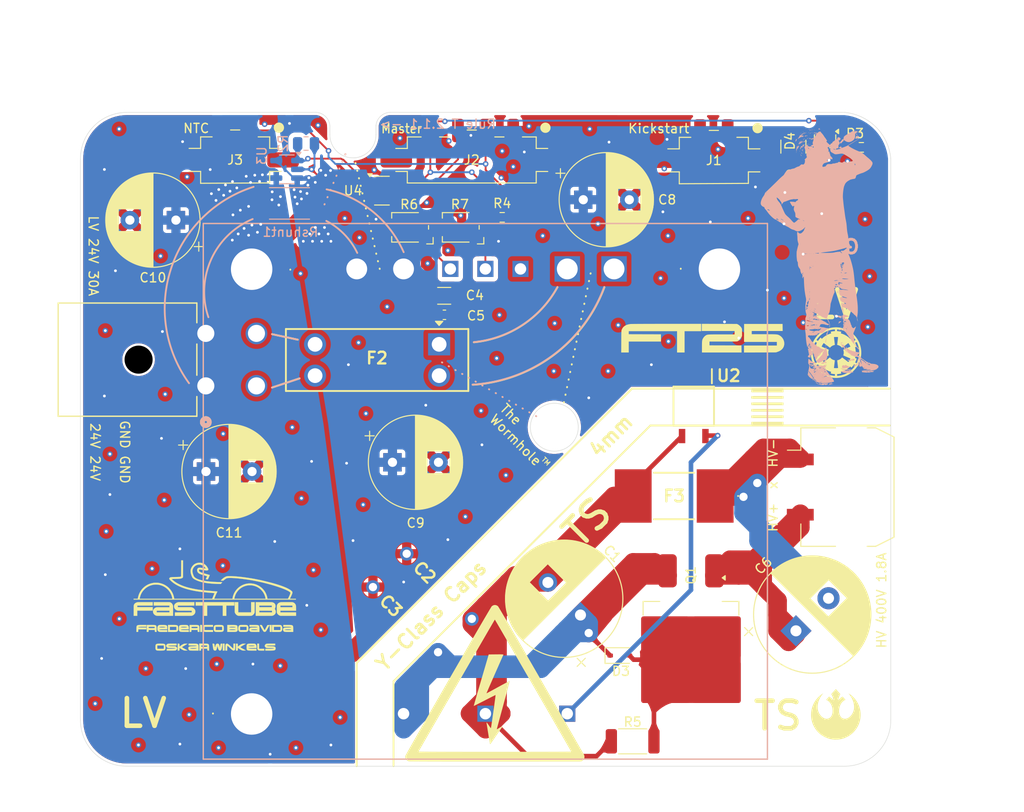
<source format=kicad_pcb>
(kicad_pcb
	(version 20240108)
	(generator "pcbnew")
	(generator_version "8.0")
	(general
		(thickness 1.6)
		(legacy_teardrops no)
	)
	(paper "A4")
	(layers
		(0 "F.Cu" mixed)
		(1 "In1.Cu" power "GND")
		(2 "In2.Cu" power "+24V")
		(31 "B.Cu" mixed)
		(32 "B.Adhes" user "B.Adhesive")
		(33 "F.Adhes" user "F.Adhesive")
		(34 "B.Paste" user)
		(35 "F.Paste" user)
		(36 "B.SilkS" user "B.Silkscreen")
		(37 "F.SilkS" user "F.Silkscreen")
		(38 "B.Mask" user)
		(39 "F.Mask" user)
		(40 "Dwgs.User" user "User.Drawings")
		(41 "Cmts.User" user "User.Comments")
		(42 "Eco1.User" user "User.Eco1")
		(43 "Eco2.User" user "User.Eco2")
		(44 "Edge.Cuts" user)
		(45 "Margin" user)
		(46 "B.CrtYd" user "B.Courtyard")
		(47 "F.CrtYd" user "F.Courtyard")
		(48 "B.Fab" user)
		(49 "F.Fab" user)
		(50 "User.1" user)
		(51 "User.2" user)
		(52 "User.3" user)
		(53 "User.4" user)
		(54 "User.5" user)
		(55 "User.6" user)
		(56 "User.7" user)
		(57 "User.8" user)
		(58 "User.9" user)
	)
	(setup
		(stackup
			(layer "F.SilkS"
				(type "Top Silk Screen")
			)
			(layer "F.Paste"
				(type "Top Solder Paste")
			)
			(layer "F.Mask"
				(type "Top Solder Mask")
				(thickness 0.01)
			)
			(layer "F.Cu"
				(type "copper")
				(thickness 0.035)
			)
			(layer "dielectric 1"
				(type "prepreg")
				(thickness 0.1)
				(material "FR4")
				(epsilon_r 4.5)
				(loss_tangent 0.02)
			)
			(layer "In1.Cu"
				(type "copper")
				(thickness 0.035)
			)
			(layer "dielectric 2"
				(type "core")
				(thickness 1.24)
				(material "FR4")
				(epsilon_r 4.5)
				(loss_tangent 0.02)
			)
			(layer "In2.Cu"
				(type "copper")
				(thickness 0.035)
			)
			(layer "dielectric 3"
				(type "prepreg")
				(thickness 0.1)
				(material "FR4")
				(epsilon_r 4.5)
				(loss_tangent 0.02)
			)
			(layer "B.Cu"
				(type "copper")
				(thickness 0.035)
			)
			(layer "B.Mask"
				(type "Bottom Solder Mask")
				(thickness 0.01)
			)
			(layer "B.Paste"
				(type "Bottom Solder Paste")
			)
			(layer "B.SilkS"
				(type "Bottom Silk Screen")
			)
			(copper_finish "None")
			(dielectric_constraints no)
		)
		(pad_to_mask_clearance 0)
		(allow_soldermask_bridges_in_footprints no)
		(pcbplotparams
			(layerselection 0x00010fc_ffffffff)
			(plot_on_all_layers_selection 0x0000000_00000000)
			(disableapertmacros no)
			(usegerberextensions no)
			(usegerberattributes yes)
			(usegerberadvancedattributes yes)
			(creategerberjobfile yes)
			(dashed_line_dash_ratio 12.000000)
			(dashed_line_gap_ratio 3.000000)
			(svgprecision 4)
			(plotframeref no)
			(viasonmask no)
			(mode 1)
			(useauxorigin no)
			(hpglpennumber 1)
			(hpglpenspeed 20)
			(hpglpendiameter 15.000000)
			(pdf_front_fp_property_popups yes)
			(pdf_back_fp_property_popups yes)
			(dxfpolygonmode yes)
			(dxfimperialunits yes)
			(dxfusepcbnewfont yes)
			(psnegative no)
			(psa4output no)
			(plotreference yes)
			(plotvalue yes)
			(plotfptext yes)
			(plotinvisibletext no)
			(sketchpadsonfab no)
			(subtractmaskfromsilk no)
			(outputformat 1)
			(mirror no)
			(drillshape 1)
			(scaleselection 1)
			(outputdirectory "")
		)
	)
	(net 0 "")
	(net 1 "/-VIN")
	(net 2 "GND")
	(net 3 "Net-(D4-Pad3)")
	(net 4 "/+VIN")
	(net 5 "Net-(R3-Pad2)")
	(net 6 "+3V3")
	(net 7 "/LV+")
	(net 8 "/3V_buttoncell")
	(net 9 "/TEMP_TSDCDC")
	(net 10 "/HV-in")
	(net 11 "/HV+in")
	(net 12 "/G")
	(net 13 "/~{EN}")
	(net 14 "/+Vout")
	(net 15 "/LV-")
	(net 16 "/LV_I_measure")
	(net 17 "/I_meas_weak")
	(net 18 "/+S")
	(net 19 "/TRM")
	(footprint "Capacitor_SMD:C_1210_3225Metric" (layer "F.Cu") (at 177.419 64.721001 -90))
	(footprint "Resistor_SMD:R_0603_1608Metric" (layer "F.Cu") (at 184.8 64.8))
	(footprint "footprints:VY1471M29Y5UC63V0" (layer "F.Cu") (at 131.762875 112.550234 -45))
	(footprint "footprints:rebellion" (layer "F.Cu") (at 182.03 126.37))
	(footprint "FaSTTUBe_connectors:Micro_Mate-N-Lok_2p_vertical" (layer "F.Cu") (at 168.783 66.21))
	(footprint "Potentiometer_SMD:Potentiometer_Bourns_TC33X_Vertical" (layer "F.Cu") (at 141.2 73.484177 180))
	(footprint "Capacitor_THT:CP_Radial_D12.5mm_P5.00mm" (layer "F.Cu") (at 154.3 115.584177 135))
	(footprint "Capacitor_THT:CP_Radial_D10.0mm_P5.00mm" (layer "F.Cu") (at 110.367678 72.7 180))
	(footprint "footprints:9775031360R" (layer "F.Cu") (at 118.59 78.03 180))
	(footprint "footprints:0ACG5000TE" (layer "F.Cu") (at 164.475 102.659177 180))
	(footprint "FaSTTUBe_logos:FTLogo_small" (layer "F.Cu") (at 114.59 112.66))
	(footprint "Capacitor_THT:CP_Radial_D12.5mm_P5.00mm"
		(layer "F.Cu")
		(uuid "3f08ecdc-61a1-4a91-9d44-0c1ab21518fd")
		(at 177.7 117.3 45)
		(descr "CP, Radial series, Radial, pin pitch=5.00mm, , diameter=12.5mm, Electrolytic Capacitor")
		(tags "CP Radial series Radial pin pitch 5.00mm  diameter 12.5mm Electrolytic Capacitor")
		(property "Reference" "C6"
			(at 2.5 -7.5 45)
			(layer "F.SilkS")
			(uuid "87d925e4-9087-4663-9637-0425a23c376b")
			(effects
				(font
					(size 1 1)
					(thickness 0.15)
				)
			)
		)
		(property "Value" "10µ 420V"
			(at 2.5 7.5 45)
			(layer "F.Fab")
			(uuid "4ef6e25f-d1dd-4f03-b42b-bb0ef1fd992e")
			(effects
				(font
					(size 1 1)
					(thickness 0.15)
				)
			)
		)
		(property "Footprint" "Capacitor_THT:CP_Radial_D12.5mm_P5.00mm"
			(at 0 0 45)
			(unlocked yes)
			(layer "F.Fab")
			(hide yes)
			(uuid "1d1809e6-1a17-4cb4-a6f6-badbe3b65118")
			(effects
				(font
					(size 1.27 1.27)
					(thickness 0.15)
				)
			)
		)
		(property "Datasheet" "https://mou.sr/3CdDpvY"
			(at 0 0 45)
			(unlocked yes)
			(layer "F.Fab")
			(hide yes)
			(uuid "507f60e0-57f8-4d24-b757-385e46b4a8b2")
			(effects
				(font
					(size 1.27 1.27)
					(thickness 0.15)
				)
			)
		)
		(property "Description" "Polarized capacitor"
			(at 0 0 45)
			(unlocked yes)
			(layer "F.Fab")
			(hide yes)
			(uuid "a8a54484-964e-4bda-9466-0a7e228d6c8f")
			(effects
				(font
					(size 1.27 1.27)
					(thickness 0.15)
				)
			)
		)
		(property ki_fp_filters "CP_*")
		(path "/6138b6e2-049a-4854-8f94-cf604e91bd5d")
		(sheetname "Root")
		(sheetfile "TDK_DCDC_pcb.kicad_sch")
		(attr through_hole)
		(fp_line
			(start -3.692082 -4.2)
			(end -3.692082 -2.95)
			(stroke
				(width 0.12)
				(type solid)
			)
			(layer "F.SilkS")
			(uuid "64b60f9d-0eb1-49d0-bb96-e15936a70516")
		)
		(fp_line
			(start -4.317082 -3.575)
			(end -3.067082 -3.575)
			(stroke
				(width 0.12)
				(type solid)
			)
			(layer "F.SilkS")
			(uuid "5702906f-eb49-4f02-8ef3-0ac6d491c93a")
		)
		(fp_line
			(start 2.5 -6.33)
			(end 2.5 6.33)
			(stroke
				(width 0.12)
				(type solid)
			)
			(layer "F.SilkS")
			(uuid "7acbcba7-9519-4b0b-97a8-eb5ebb509abc")
		)
		(fp_line
			(start 2.54 -6.33)
			(end 2.54 6.33)
			(stroke
				(width 0.12)
				(type solid)
			)
			(layer "F.SilkS")
			(uuid "f2517598-036a-4686-a881-21a50212222f")
		)
		(fp_line
			(start 2.58 -6.329999)
			(end 2.58 6.329999)
			(stroke
				(width 0.12)
				(type solid)
			)
			(layer "F.SilkS")
			(uuid "d751e3dc-2d5f-4b60-89ca-ef6853165c5d")
		)
		(fp_line
			(start 2.62 -6.329)
			(end 2.62 6.329)
			(stroke
				(width 0.12)
				(type solid)
			)
			(layer "F.SilkS")
			(uuid "90f8a062-8dc7-440d-af39-ca7baed9e19e")
		)
		(fp_line
			(start 2.66 -6.328)
			(end 2.66 6.328)
			(stroke
				(width 0.12)
				(type solid)
			)
			(layer "F.SilkS")
			(uuid "650c3feb-c6ea-4483-82d3-0bcf74ef085d")
		)
		(fp_line
			(start 2.7 -6.327)
			(end 2.7 6.327)
			(stroke
				(width 0.12)
				(type solid)
			)
			(layer "F.SilkS")
			(uuid "7b8e23a3-cec0-4a78-afba-69af3a6574e8")
		)
		(fp_line
			(start 2.74 -6.326)
			(end 2.74 6.326)
			(stroke
				(width 0.12)
				(type solid)
			)
			(layer "F.SilkS")
			(uuid "8a29312b-6232-4ca6-b01f-5521dcd7210c")
		)
		(fp_line
			(start 2.78 -6.324)
			(end 2.78 6.324)
			(stroke
				(width 0.12)
				(type solid)
			)
			(layer "F.SilkS")
			(uuid "2a81e4a4-06c0-4e77-b885-4f91b6305080")
		)
		(fp_line
			(start 2.82 -6.322)
			(end 2.82 6.322)
			(stroke
				(width 0.12)
				(type solid)
			)
			(layer "F.SilkS")
			(uuid "b02e06f3-7e92-451b-8005-e75c8a85c9ad")
		)
		(fp_line
			(start 2.86 -6.319999)
			(end 2.86 6.319999)
			(stroke
				(width 0.12)
				(type solid)
			)
			(layer "F.SilkS")
			(uuid "898c3e5e-e6e8-4b9d-8228-f48e8ae21272")
		)
		(fp_line
			(start 2.9 -6.318)
			(end 2.9 6.318)
			(stroke
				(width 0.12)
				(type solid)
			)
			(layer "F.SilkS")
			(uuid "5b6745f3-7fc1-4459-b74e-4617c5a75738")
		)
		(fp_line
			(start 2.94 -6.315)
			(end 2.94 6.315)
			(stroke
				(width 0.12)
				(type solid)
			)
			(layer "F.SilkS")
			(uuid "c65fbd09-f307-4415-ac5a-c20c32d279ff")
		)
		(fp_line
			(start 2.98 -6.312)
			(end 2.98 6.312)
			(stroke
				(width 0.12)
				(type solid)
			)
			(layer "F.SilkS")
			(uuid "50725fd1-e44c-495a-aae4-0c7e0db1566d")
		)
		(fp_line
			(start 3.02 -6.309)
			(end 3.02 6.309)
			(stroke
				(width 0.12)
				(type solid)
			)
			(layer "F.SilkS")
			(uuid "0022e805-f330-4ce5-8b59-89b842ae188b")
		)
		(fp_line
			(start 3.06 -6.306)
			(end 3.06 6.306)
			(stroke
				(width 0.12)
				(type solid)
			)
			(layer "F.SilkS")
			(uuid "86b924a7-5239-48c4-a435-f4c3e57a97f0")
		)
		(fp_line
			(start 3.1 -6.302)
			(end 3.1 6.302)
			(stroke
				(width 0.12)
				(type solid)
			)
			(layer "F.SilkS")
			(uuid "d2f3e943-b4f8-4fd1-a309-1affd4adb748")
		)
		(fp_line
			(start 3.14 -6.298)
			(end 3.14 6.298)
			(stroke
				(width 0.12)
				(type solid)
			)
			(layer "F.SilkS")
			(uuid "7378bf65-085d-4d75-8993-8754c47abe7b")
		)
		(fp_line
			(start 3.18 -6.294001)
			(end 3.18 6.294001)
			(stroke
				(width 0.12)
				(type solid)
			)
			(layer "F.SilkS")
			(uuid "4f3386e4-7b27-4428-b82c-67ffa47ff0ee")
		)
		(fp_line
			(start 3.221 -6.29)
			(end 3.221 6.29)
			(stroke
				(width 0.12)
				(type solid)
			)
			(layer "F.SilkS")
			(uuid "6698ba38-5fb5-4dfb-9710-6112e337a11b")
		)
		(fp_line
			(start 3.261 -6.285)
			(end 3.261 6.285)
			(stroke
				(width 0.12)
				(type solid)
			)
			(layer "F.SilkS")
			(uuid "7ae1b4d3-d21b-43de-8a01-6ab96d5a3043")
		)
		(fp_line
			(start 3.301 -6.28)
			(end 3.301 6.28)
			(stroke
				(width 0.12)
				(type solid)
			)
			(layer "F.SilkS")
			(uuid "8f753f28-c5ea-4633-bae1-bcf60a1d973e")
		)
		(fp_line
			(start 3.341 -6.275)
			(end 3.341 6.275)
			(stroke
				(width 0.12)
				(type solid)
			)
			(layer "F.SilkS")
			(uuid "e2095b71-cc8a-4cc2-9551-1235e66ff1be")
		)
		(fp_line
			(start 3.381 -6.268999)
			(end 3.381 6.268999)
			(stroke
				(width 0.12)
				(type solid)
			)
			(layer "F.SilkS")
			(uuid "5429e02c-16f2-4421-ba2a-3f9dd68bb6c9")
		)
		(fp_line
			(start 3.421 -6.264)
			(end 3.421 6.264)
			(stroke
				(width 0.12)
				(type solid)
			)
			(layer "F.SilkS")
			(uuid "130c491d-ae2d-4778-9893-8a73bfa3ede0")
		)
		(fp_line
			(start 3.461 -6.258)
			(end 3.461 6.258)
			(stroke
				(width 0.12)
				(type solid)
			)
			(layer "F.SilkS")
			(uuid "35093a87-7f1b-443c-958b-d3c7fc1775f6")
		)
		(fp_line
			(start 3.501 -6.252)
			(end 3.501 6.252)
			(stroke
				(width 0.12)
				(type solid)
			)
			(layer "F.SilkS")
			(uuid "13aaeb6d-c6dd-48cc-a6a6-038377317e3b")
		)
		(fp_line
			(start 3.541 -6.245)
			(end 3.541 6.245)
			(stroke
				(width 0.12)
				(type solid)
			)
			(layer "F.SilkS")
			(uuid "65358e29-eb7f-4d74-bee0-f7f506ed31a1")
		)
		(fp_line
			(start 3.580999 -6.238)
			(end 3.581 -1.44)
			(stroke
				(width 0.12)
				(type solid)
			)
			(layer "F.SilkS")
			(uuid "95604ff1-e124-4d85-8fcd-65f9021cb826")
		)
		(fp_line
			(start 3.621 -6.231)
			(end 3.621 -1.44)
			(stroke
				(width 0.12)
				(type solid)
			)
			(layer "F.SilkS")
			(uuid "201a679b-f9de-442c-992c-4d7836def48b")
		)
		(fp_line
			(start 3.661 -6.224001)
			(end 3.661 -1.44)
			(stroke
				(width 0.12)
				(type solid)
			)
			(layer "F.SilkS")
			(uuid "33d82384-adb7-4e80-bd31-27f971c95cf1")
		)
		(fp_line
			(start 3.701 -6.216)
			(end 3.701 -1.44)
			(stroke
				(width 0.12)
				(type solid)
			)
			(layer "F.SilkS")
			(uuid "2142935c-e1c0-412a-9622-13107ce02882")
		)
		(fp_line
			(start 3.740999 -6.209)
			(end 3.741 -1.44)
			(stroke
				(width 0.12)
				(type solid)
			)
			(layer "F.SilkS")
			(uuid "e72a7013-107c-4fb5-a818-05781ebf2641")
		)
		(fp_line
			(start 3.781 -6.201)
			(end 3.781 -1.44)
			(stroke
				(width 0.12)
				(type solid)
			)
			(layer "F.SilkS")
			(uuid "9bfe9267-4342-4657-a27a-fd10ccdc1aba")
		)
		(fp_line
			(start 3.821 -6.192)
			(end 3.821 -1.44)
			(stroke
				(width 0.12)
				(type solid)
			)
			(layer "F.SilkS")
			(uuid "fba04317-c5f6-4402-ae1b-b7d839c5b7bc")
		)
		(fp_line
			(start 3.861 -6.184)
			(end 3.861 -1.44)
			(stroke
				(width 0.12)
				(type solid)
			)
			(layer "F.SilkS")
			(uuid "f4f894a7-9820-475d-b68e-8b07ee5e0dbd")
		)
		(fp_line
			(start 3.901 -6.175)
			(end 3.901 -1.44)
			(stroke
				(width 0.12)
				(type solid)
			)
			(layer "F.SilkS")
			(uuid "9635b2e2-f3db-48a5-8049-9cd82c8ecd1c")
		)
		(fp_line
			(start 3.941 -6.166)
			(end 3.941 -1.44)
			(stroke
				(width 0.12)
				(type solid)
			)
			(layer "F.SilkS")
			(uuid "b9e20f2a-ccf2-4e38-bb5f-0700cc242723")
		)
		(fp_line
			(start 3.981 -6.156)
			(end 3.981 -1.44)
			(stroke
				(width 0.12)
				(type solid)
			)
			(layer "F.SilkS")
			(uuid "451475b9-3cc8-4c27-8519-96f1be1c8453")
		)
		(fp_line
			(start 4.021 -6.146)
			(end 4.021 -1.44)
			(stroke
				(width 0.12)
				(type solid)
			)
			(layer "F.SilkS")
			(uuid "327c7aad-4705-44df-b3ff-3557dbed9265")
		)
		(fp_line
			(start 4.061 -6.137)
			(end 4.061 -1.44)
			(stroke
				(width 0.12)
				(type solid)
			)
			(layer "F.SilkS")
			(uuid "82929a32-2f22-4377-ace6-35c0f7049699")
		)
		(fp_line
			(start 4.101 -6.126)
			(end 4.101 -1.44)
			(stroke
				(width 0.12)
				(type solid)
			)
			(layer "F.SilkS")
			(uuid "085dc2f9-0bb3-4b55-a292-43e3aa945108")
		)
		(fp_line
			(start 4.141 -6.116)
			(end 4.141 -1.44)
			(stroke
				(width 0.12)
				(type solid)
			)
			(layer "F.SilkS")
			(uuid "47600f3e-7d9a-4aa0-b26a-cd8f6506a361")
		)
		(fp_line
			(start 4.181 -6.104999)
			(end 4.181 -1.44)
			(stroke
				(width 0.12)
				(type solid)
			)
			(layer "F.SilkS")
			(uuid "3b114978-ec58-444e-9047-3fe85f86333d")
		)
		(fp_line
			(start 4.221 -6.094)
			(end 4.221 -1.44)
			(stroke
				(width 0.12)
				(type solid)
			)
			(layer "F.SilkS")
			(uuid "73415bf6-35d9-4652-8cd5-690b670077c1")
		)
		(fp_line
			(start 4.261 -6.083001)
			(end 4.261 -1.44)
			(stroke
				(width 0.12)
				(type solid)
			)
			(layer "F.SilkS")
			(uuid "588cf680-9c79-4400-810e-db3b54b5a694")
		)
		(fp_line
			(start 4.301 -6.071)
			(end 4.301 -1.44)
			(stroke
				(width 0.12)
				(type solid)
			)
			(layer "F.SilkS")
			(uuid "2dc1f88d-d8ab-48be-892c-d3ffcaf2461a")
		)
		(fp_line
			(start 4.341001 -6.059)
			(end 4.341 -1.44)
			(stroke
				(width 0.12)
				(type solid)
			)
			(layer "F.SilkS")
			(uuid "2882c05a-9398-4244-b4b2-c2f29c0ba656")
		)
		(fp_line
			(start 4.381 -6.047)
			(end 4.381 -1.44)
			(stroke
				(width 0.12)
				(type solid)
			)
			(layer "F.SilkS")
			(uuid "608ba300-1a34-4fa4-9b81-4959627cb2b4")
		)
		(fp_line
			(start 4.421 -6.034)
			(end 4.421 -1.44)
			(stroke
				(width 0.12)
				(type solid)
			)
			(layer "F.SilkS")
			(uuid "204781f9-16d7-455f-9489-697dab63f60e")
		)
		(fp_line
			(start 4.461 -6.021)
			(end 4.461 -1.44)
			(stroke
				(width 0.12)
				(type solid)
			)
			(layer "F.SilkS")
			(uuid "6017fff7-e2be-4b0e-869d-6a236521e5b9")
		)
		(fp_line
			(start 4.501 -6.008)
			(end 4.501 -1.44)
			(stroke
				(width 0.12)
				(type solid)
			)
			(layer "F.SilkS")
			(uuid "483210fd-2fbd-472f-9eec-466bbab7ea36")
		)
		(fp_line
			(start 4.541 -5.995)
			(end 4.541 -1.44)
			(stroke
				(width 0.12)
				(type solid)
			)
			(layer "F.SilkS")
			(uuid "451f57ea-fe84-453e-a3c3-91734499bff1")
		)
		(fp_line
			(start 4.581 -5.981)
			(end 4.581 -1.44)
			(stroke
				(width 0.12)
				(type solid)
			)
			(layer "F.SilkS")
			(uuid "f8635bcf-ee52-445b-948e-17db74af9e9c")
		)
		(fp_line
			(start 4.621 -5.967)
			(end 4.621 -1.44)
			(stroke
				(width 0.12)
				(type solid)
			)
			(layer "F.SilkS")
			(uuid "2c056851-be8f-4263-b56c-5892c017d1ad")
		)
		(fp_line
			(start 4.661 -5.953)
			(end 4.661 -1.44)
			(stroke
				(width 0.12)
				(type solid)
			)
			(layer "F.SilkS")
			(uuid "72c67936-4b36-411b-a277-0264e3d51a3f")
		)
		(fp_line
			(start 4.701 -5.939)
			(end 4.701 -1.44)
			(stroke
				(width 0.12)
				(type solid)
			)
			(layer "F.SilkS")
			(uuid "dd8fc47e-a53c-429c-968d-c7191830e6eb")
		)
		(fp_line
			(start 4.741 -5.924)
			(end 4.741 -1.44)
			(stroke
				(width 0.12)
				(type solid)
			)
			(layer "F.SilkS")
			(uuid "fb49a7f8-78f7-4e58-a840-e09bdbe996da")
		)
		(fp_line
			(start 4.781 -5.907999)
			(end 4.781 -1.44)
			(stroke
				(width 0.12)
				(type solid)
			)
			(layer "F.SilkS")
			(uuid "c48e94f0-08fb-4b2f-8304-2f3bedf5b488")
		)
		(fp_line
			(start 4.821 -5.893)
			(end 4.821 -1.44)
			(stroke
				(width 0.12)
				(type solid)
			)
			(layer "F.SilkS")
			(uuid "d91ec719-0253-48e4-b87c-62659858e201")
		)
		(fp_line
			(start 4.861001 -5.877)
			(end 4.861 -1.44)
			(stroke
				(width 0.12)
				(type solid)
			)
			(layer "F.SilkS")
			(uuid "4af5a703-6df8-446e-984b-be795bbd87a2")
		)
		(fp_line
			(start 4.901 -5.861)
			(end 4.901 -1.44)
			(stroke
				(width 0.12)
				(type solid)
			)
			(layer "F.SilkS")
			(uuid "dc1508d2-16e8-4e2d-9207-6a34dd700882")
		)
		(fp_line
			(start 4.941 -5.845001)
			(end 4.941 -1.44)
			(stroke
				(width 0.12)
				(type solid)
			)
			(layer "F.SilkS")
			(uuid "20ce2f64-54cd-45ff-952a-cb544062cb2d")
		)
		(fp_line
			(start 4.981 -5.828)
			(end 4.981 -1.44)
			(stroke
				(width 0.12)
				(type solid)
			)
			(layer "F.SilkS")
			(uuid "dc0c1dc1-1a54-407d-abcf-d0235086374f")
		)
		(fp_line
			(start 5.021 -5.811)
			(end 5.021 -1.44)
			(stroke
				(width 0.12)
				(type solid)
			)
			(layer "F.SilkS")
			(uuid "caa79206-1d5a-4aa8-b463-b5f82b1838e7")
		)
		(fp_line
			(start 5.061 -5.793)
			(end 5.061 -1.44)
			(stroke
				(width 0.12)
				(type solid)
			)
			(layer "F.SilkS")
			(uuid "15c3fe0d-3f16-4d1d-973c-979a948489a5")
		)
		(fp_line
			(start 5.101 -5.776)
			(end 5.101 -1.44)
			(stroke
				(width 0.12)
				(type solid)
			)
			(layer "F.SilkS")
			(uuid "a4f3d548-c204-491d-92a2-b5c8df32457e")
		)
		(fp_line
			(start 5.141 -5.758)
			(end 5.141 -1.44)
			(stroke
				(width 0.12)
				(type solid)
			)
			(layer "F.SilkS")
			(uuid "32b8c8a3-45a7-4b67-9240-21fa17986197")
		)
		(fp_line
			(start 5.181 -5.739)
			(end 5.181 -1.44)
			(stroke
				(width 0.12)
				(type solid)
			)
			(layer "F.SilkS")
			(uuid "91b36de5-f0d2-44c6-a7a2-5446a9f4b403")
		)
		(fp_line
			(start 5.221 -5.720999)
			(end 5.221 -1.44)
			(stroke
				(width 0.12)
				(type solid)
			)
			(layer "F.SilkS")
			(uuid "7117b6bc-ff90-4eb5-8cea-c0c310d8aa06")
		)
		(fp_line
			(start 5.261 -5.702)
			(end 5.261 -1.44)
			(stroke
				(width 0.12)
				(type solid)
			)
			(layer "F.SilkS")
			(uuid "3f7be993-7989-4e53-afd6-f382ec90291f")
		)
		(fp_line
			(start 5.301 -5.682)
			(end 5.301 -1.44)
			(stroke
				(width 0.12)
				(type solid)
			)
			(layer "F.SilkS")
			(uuid "7373ed98-1bcf-4ac5-b500-c9929abf5872")
		)
		(fp_line
			(start 5.341 -5.662)
			(end 5.341 -1.44)
			(stroke
				(width 0.12)
				(type solid)
			)
			(layer "F.SilkS")
			(uuid "1ae187f5-93be-4b04-a531-d947fb4b4bf0")
		)
		(fp_line
			(start 5.381 -5.642)
			(end 5.381 -1.44)
			(stroke
				(width 0.12)
				(type solid)
			)
			(layer "F.SilkS")
			(uuid "c335d28d-3fb9-4e77-ae61-0670e90b84e4")
		)
		(fp_line
			(start 5.421 -5.622)
			(end 5.421 -1.44)
			(stroke
				(width 0.12)
				(type solid)
			)
			(layer "F.SilkS")
			(uuid "18b75f93-8e6a-4c89-8ee2-259a0131ee55")
		)
		(fp_line
			(start 5.461 -5.601)
			(end 5.461 -1.44)
			(stroke
				(width 0.12)
				(type solid)
			)
			(layer "F.SilkS")
			(uuid "ae6a444c-835a-4529-b799-d8e65b86397e")
		)
		(fp_line
			(start 5.501 -5.58)
			(end 5.501 -1.44)
			(stroke
				(width 0.12)
				(type solid)
			)
			(layer "F.SilkS")
			(uuid "821608d6-4273-4252-ba6a-5583606d23e1")
		)
		(fp_line
			(start 5.541 -5.558)
			(end 5.541 -1.44)
			(stroke
				(width 0.12)
				(type solid)
			)
			(layer "F.SilkS")
			(uuid "419c0ae5-ae88-4943-8dda-2bc8859d13a5")
		)
		(fp_line
			(start 5.581 -5.536)
			(end 5.581 -1.44)
			(stroke
				(width 0.12)
				(type solid)
			)
			(layer "F.SilkS")
			(uuid "39868c7d-9031-4ac7-b99b-dcd42cd08f10")
		)
		(fp_line
			(start 5.621 -5.514)
			(end 5.621 -1.44)
			(stroke
				(width 0.12)
				(type solid)
			)
			(layer "F.SilkS")
			(uuid "58e4c9c2-ee99-4696-b805-aa51df765af2")
		)
		(fp_line
			(start 5.661 -5.491)
			(end 5.661 -1.44)
			(stroke
				(width 0.12)
				(type solid)
			)
			(layer "F.SilkS")
			(uuid "bc558735-f6d8-4b65-93de-e777b3aa6ae8")
		)
		(fp_line
			(start 5.701 -5.468)
			(end 5.701 -1.44)
			(stroke
				(width 0.12)
				(type solid)
			)
			(layer "F.SilkS")
			(uuid "b6e51bf6-1eab-4020-9771-3bffc365fe82")
		)
		(fp_line
			(start 5.741 -5.444999)
			(end 5.741 -1.44)
			(stroke
				(width 0.12)
				(type solid)
			)
			(layer "F.SilkS")
			(uuid "f05c3731-7873-4897-980c-9a47d039e955")
		)
		(fp_line
			(start 5.781 -5.421)
			(end 5.781 -1.44)
			(stroke
				(width 0.12)
				(type solid)
			)
			(layer "F.SilkS")
			(uuid "c7169dca-4bdf-49a8-95b0-dd8e28240b1d")
		)
		(fp_line
			(start 5.821 -5.397)
			(end 5.821 -1.44)
			(stroke
				(width 0.12)
				(type solid)
			)
			(layer "F.SilkS")
			(uuid "7d318a02-219d-44bb-bad7-d54e40a41c7d")
		)
		(fp_line
			(start 5.861 -5.372)
			(end 5.861 -1.44)
			(stroke
				(width 0.12)
				(type solid)
			)
			(laye
... [1446147 chars truncated]
</source>
